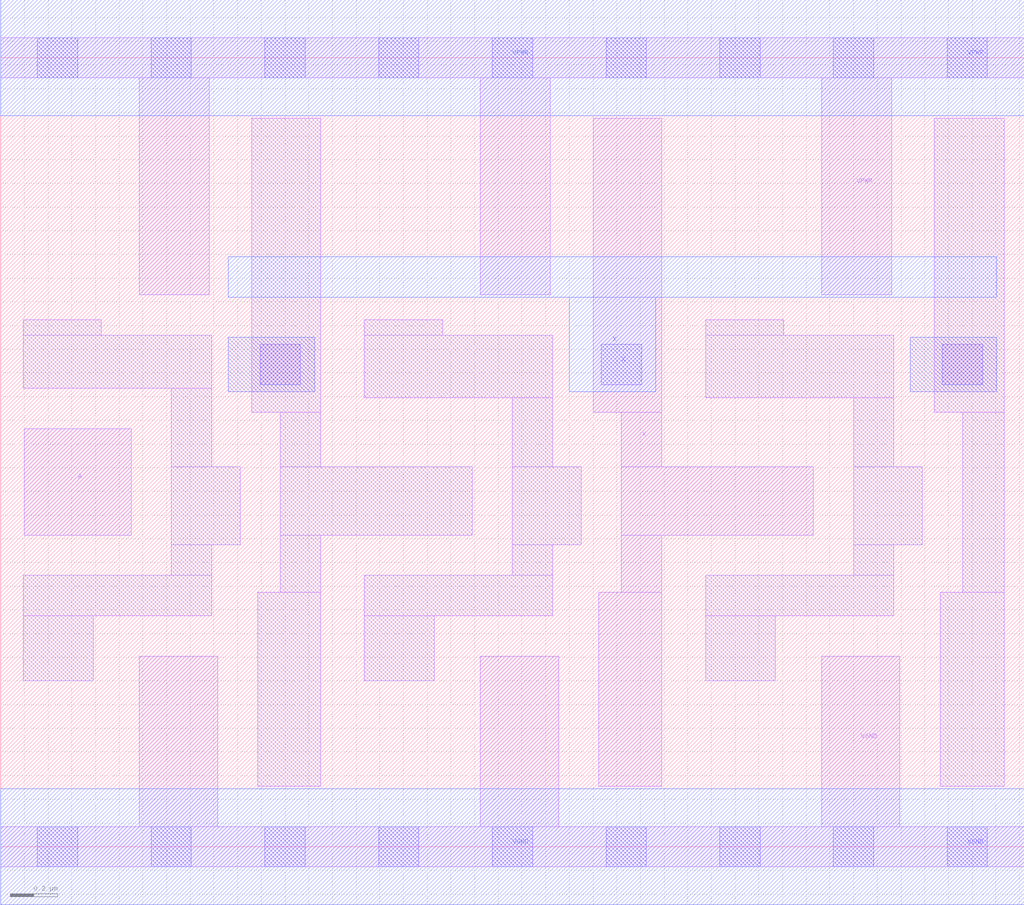
<source format=lef>
# Copyright 2020 The SkyWater PDK Authors
#
# Licensed under the Apache License, Version 2.0 (the "License");
# you may not use this file except in compliance with the License.
# You may obtain a copy of the License at
#
#     https://www.apache.org/licenses/LICENSE-2.0
#
# Unless required by applicable law or agreed to in writing, software
# distributed under the License is distributed on an "AS IS" BASIS,
# WITHOUT WARRANTIES OR CONDITIONS OF ANY KIND, either express or implied.
# See the License for the specific language governing permissions and
# limitations under the License.
#
# SPDX-License-Identifier: Apache-2.0

VERSION 5.7 ;
  NAMESCASESENSITIVE ON ;
  NOWIREEXTENSIONATPIN ON ;
  DIVIDERCHAR "/" ;
  BUSBITCHARS "[]" ;
UNITS
  DATABASE MICRONS 200 ;
END UNITS
MACRO sky130_fd_sc_lp__dlymetal6s4s_1
  CLASS CORE ;
  SOURCE USER ;
  FOREIGN sky130_fd_sc_lp__dlymetal6s4s_1 ;
  ORIGIN  0.000000  0.000000 ;
  SIZE  4.320000 BY  3.330000 ;
  SYMMETRY X Y R90 ;
  SITE unit ;
  PIN A
    ANTENNAGATEAREA  0.126000 ;
    DIRECTION INPUT ;
    USE SIGNAL ;
    PORT
      LAYER li1 ;
        RECT 0.100000 1.315000 0.550000 1.765000 ;
    END
  END A
  PIN X
    ANTENNADIFFAREA  0.556500 ;
    ANTENNAGATEAREA  0.126000 ;
    DIRECTION OUTPUT ;
    USE SIGNAL ;
    PORT
      LAYER li1 ;
        RECT 2.500000 1.835000 2.790000 3.075000 ;
        RECT 2.525000 0.255000 2.790000 1.075000 ;
        RECT 2.620000 1.075000 2.790000 1.315000 ;
        RECT 2.620000 1.315000 3.430000 1.605000 ;
        RECT 2.620000 1.605000 2.790000 1.835000 ;
      LAYER mcon ;
        RECT 2.535000 1.950000 2.705000 2.120000 ;
      LAYER met1 ;
        RECT 0.960000 2.320000 4.205000 2.490000 ;
        RECT 2.400000 1.920000 2.765000 2.320000 ;
    END
  END X
  PIN VGND
    DIRECTION INOUT ;
    USE GROUND ;
    PORT
      LAYER li1 ;
        RECT 0.000000 -0.085000 4.320000 0.085000 ;
        RECT 0.585000  0.085000 0.915000 0.805000 ;
        RECT 2.025000  0.085000 2.355000 0.805000 ;
        RECT 3.465000  0.085000 3.795000 0.805000 ;
      LAYER mcon ;
        RECT 0.155000 -0.085000 0.325000 0.085000 ;
        RECT 0.635000 -0.085000 0.805000 0.085000 ;
        RECT 1.115000 -0.085000 1.285000 0.085000 ;
        RECT 1.595000 -0.085000 1.765000 0.085000 ;
        RECT 2.075000 -0.085000 2.245000 0.085000 ;
        RECT 2.555000 -0.085000 2.725000 0.085000 ;
        RECT 3.035000 -0.085000 3.205000 0.085000 ;
        RECT 3.515000 -0.085000 3.685000 0.085000 ;
        RECT 3.995000 -0.085000 4.165000 0.085000 ;
      LAYER met1 ;
        RECT 0.000000 -0.245000 4.320000 0.245000 ;
    END
  END VGND
  PIN VPWR
    DIRECTION INOUT ;
    USE POWER ;
    PORT
      LAYER li1 ;
        RECT 0.000000 3.245000 4.320000 3.415000 ;
        RECT 0.585000 2.330000 0.880000 3.245000 ;
        RECT 2.025000 2.330000 2.320000 3.245000 ;
        RECT 3.465000 2.330000 3.760000 3.245000 ;
      LAYER mcon ;
        RECT 0.155000 3.245000 0.325000 3.415000 ;
        RECT 0.635000 3.245000 0.805000 3.415000 ;
        RECT 1.115000 3.245000 1.285000 3.415000 ;
        RECT 1.595000 3.245000 1.765000 3.415000 ;
        RECT 2.075000 3.245000 2.245000 3.415000 ;
        RECT 2.555000 3.245000 2.725000 3.415000 ;
        RECT 3.035000 3.245000 3.205000 3.415000 ;
        RECT 3.515000 3.245000 3.685000 3.415000 ;
        RECT 3.995000 3.245000 4.165000 3.415000 ;
      LAYER met1 ;
        RECT 0.000000 3.085000 4.320000 3.575000 ;
    END
  END VPWR
  OBS
    LAYER li1 ;
      RECT 0.095000 0.700000 0.390000 0.975000 ;
      RECT 0.095000 0.975000 0.890000 1.145000 ;
      RECT 0.095000 1.935000 0.890000 2.160000 ;
      RECT 0.095000 2.160000 0.425000 2.225000 ;
      RECT 0.720000 1.145000 0.890000 1.275000 ;
      RECT 0.720000 1.275000 1.010000 1.605000 ;
      RECT 0.720000 1.605000 0.890000 1.935000 ;
      RECT 1.060000 1.835000 1.350000 3.075000 ;
      RECT 1.085000 0.255000 1.350000 1.075000 ;
      RECT 1.180000 1.075000 1.350000 1.315000 ;
      RECT 1.180000 1.315000 1.990000 1.605000 ;
      RECT 1.180000 1.605000 1.350000 1.835000 ;
      RECT 1.535000 0.700000 1.830000 0.975000 ;
      RECT 1.535000 0.975000 2.330000 1.145000 ;
      RECT 1.535000 1.895000 2.330000 2.160000 ;
      RECT 1.535000 2.160000 1.865000 2.225000 ;
      RECT 2.160000 1.145000 2.330000 1.275000 ;
      RECT 2.160000 1.275000 2.450000 1.605000 ;
      RECT 2.160000 1.605000 2.330000 1.895000 ;
      RECT 2.975000 0.700000 3.270000 0.975000 ;
      RECT 2.975000 0.975000 3.770000 1.145000 ;
      RECT 2.975000 1.895000 3.770000 2.160000 ;
      RECT 2.975000 2.160000 3.305000 2.225000 ;
      RECT 3.600000 1.145000 3.770000 1.275000 ;
      RECT 3.600000 1.275000 3.890000 1.605000 ;
      RECT 3.600000 1.605000 3.770000 1.895000 ;
      RECT 3.940000 1.835000 4.235000 3.075000 ;
      RECT 3.965000 0.255000 4.235000 1.075000 ;
      RECT 4.060000 1.075000 4.235000 1.835000 ;
    LAYER mcon ;
      RECT 1.095000 1.950000 1.265000 2.120000 ;
      RECT 3.975000 1.950000 4.145000 2.120000 ;
    LAYER met1 ;
      RECT 0.960000 1.920000 1.325000 2.150000 ;
      RECT 3.840000 1.920000 4.205000 2.150000 ;
  END
END sky130_fd_sc_lp__dlymetal6s4s_1

</source>
